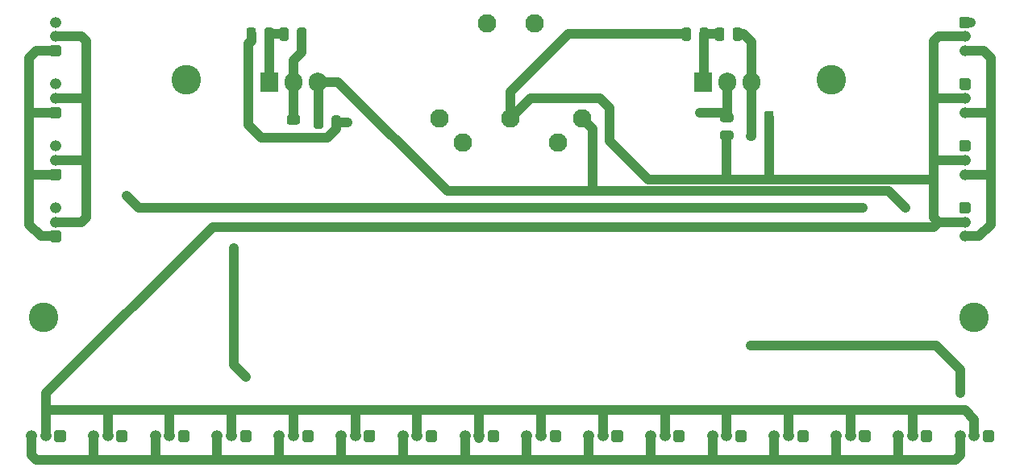
<source format=gtl>
G04 #@! TF.GenerationSoftware,KiCad,Pcbnew,(5.1.6-0-10_14)*
G04 #@! TF.CreationDate,2020-08-03T23:57:46+09:00*
G04 #@! TF.ProjectId,teabiscuits_power,74656162-6973-4637-9569-74735f706f77,rev?*
G04 #@! TF.SameCoordinates,Original*
G04 #@! TF.FileFunction,Copper,L1,Top*
G04 #@! TF.FilePolarity,Positive*
%FSLAX46Y46*%
G04 Gerber Fmt 4.6, Leading zero omitted, Abs format (unit mm)*
G04 Created by KiCad (PCBNEW (5.1.6-0-10_14)) date 2020-08-03 23:57:46*
%MOMM*%
%LPD*%
G01*
G04 APERTURE LIST*
G04 #@! TA.AperFunction,ComponentPad*
%ADD10O,1.905000X2.000000*%
G04 #@! TD*
G04 #@! TA.AperFunction,ComponentPad*
%ADD11R,1.905000X2.000000*%
G04 #@! TD*
G04 #@! TA.AperFunction,ComponentPad*
%ADD12O,1.200000X1.200000*%
G04 #@! TD*
G04 #@! TA.AperFunction,ComponentPad*
%ADD13C,1.950000*%
G04 #@! TD*
G04 #@! TA.AperFunction,ViaPad*
%ADD14C,3.110000*%
G04 #@! TD*
G04 #@! TA.AperFunction,ViaPad*
%ADD15C,1.000000*%
G04 #@! TD*
G04 #@! TA.AperFunction,Conductor*
%ADD16C,1.000000*%
G04 #@! TD*
G04 APERTURE END LIST*
D10*
X130790000Y-75500000D03*
X128250000Y-75500000D03*
D11*
X125710000Y-75500000D03*
D10*
X176330000Y-75500000D03*
X173790000Y-75500000D03*
D11*
X171250000Y-75500000D03*
G04 #@! TA.AperFunction,SMDPad,CuDef*
G36*
G01*
X124300000Y-70043750D02*
X124300000Y-70956250D01*
G75*
G02*
X124056250Y-71200000I-243750J0D01*
G01*
X123568750Y-71200000D01*
G75*
G02*
X123325000Y-70956250I0J243750D01*
G01*
X123325000Y-70043750D01*
G75*
G02*
X123568750Y-69800000I243750J0D01*
G01*
X124056250Y-69800000D01*
G75*
G02*
X124300000Y-70043750I0J-243750D01*
G01*
G37*
G04 #@! TD.AperFunction*
G04 #@! TA.AperFunction,SMDPad,CuDef*
G36*
G01*
X126175000Y-70043750D02*
X126175000Y-70956250D01*
G75*
G02*
X125931250Y-71200000I-243750J0D01*
G01*
X125443750Y-71200000D01*
G75*
G02*
X125200000Y-70956250I0J243750D01*
G01*
X125200000Y-70043750D01*
G75*
G02*
X125443750Y-69800000I243750J0D01*
G01*
X125931250Y-69800000D01*
G75*
G02*
X126175000Y-70043750I0J-243750D01*
G01*
G37*
G04 #@! TD.AperFunction*
G04 #@! TA.AperFunction,SMDPad,CuDef*
G36*
G01*
X127737500Y-70043750D02*
X127737500Y-70956250D01*
G75*
G02*
X127493750Y-71200000I-243750J0D01*
G01*
X127006250Y-71200000D01*
G75*
G02*
X126762500Y-70956250I0J243750D01*
G01*
X126762500Y-70043750D01*
G75*
G02*
X127006250Y-69800000I243750J0D01*
G01*
X127493750Y-69800000D01*
G75*
G02*
X127737500Y-70043750I0J-243750D01*
G01*
G37*
G04 #@! TD.AperFunction*
G04 #@! TA.AperFunction,SMDPad,CuDef*
G36*
G01*
X129612500Y-70043750D02*
X129612500Y-70956250D01*
G75*
G02*
X129368750Y-71200000I-243750J0D01*
G01*
X128881250Y-71200000D01*
G75*
G02*
X128637500Y-70956250I0J243750D01*
G01*
X128637500Y-70043750D01*
G75*
G02*
X128881250Y-69800000I243750J0D01*
G01*
X129368750Y-69800000D01*
G75*
G02*
X129612500Y-70043750I0J-243750D01*
G01*
G37*
G04 #@! TD.AperFunction*
G04 #@! TA.AperFunction,SMDPad,CuDef*
G36*
G01*
X174387500Y-70956250D02*
X174387500Y-70043750D01*
G75*
G02*
X174631250Y-69800000I243750J0D01*
G01*
X175118750Y-69800000D01*
G75*
G02*
X175362500Y-70043750I0J-243750D01*
G01*
X175362500Y-70956250D01*
G75*
G02*
X175118750Y-71200000I-243750J0D01*
G01*
X174631250Y-71200000D01*
G75*
G02*
X174387500Y-70956250I0J243750D01*
G01*
G37*
G04 #@! TD.AperFunction*
G04 #@! TA.AperFunction,SMDPad,CuDef*
G36*
G01*
X172512500Y-70956250D02*
X172512500Y-70043750D01*
G75*
G02*
X172756250Y-69800000I243750J0D01*
G01*
X173243750Y-69800000D01*
G75*
G02*
X173487500Y-70043750I0J-243750D01*
G01*
X173487500Y-70956250D01*
G75*
G02*
X173243750Y-71200000I-243750J0D01*
G01*
X172756250Y-71200000D01*
G75*
G02*
X172512500Y-70956250I0J243750D01*
G01*
G37*
G04 #@! TD.AperFunction*
G04 #@! TA.AperFunction,SMDPad,CuDef*
G36*
G01*
X170887500Y-70956250D02*
X170887500Y-70043750D01*
G75*
G02*
X171131250Y-69800000I243750J0D01*
G01*
X171618750Y-69800000D01*
G75*
G02*
X171862500Y-70043750I0J-243750D01*
G01*
X171862500Y-70956250D01*
G75*
G02*
X171618750Y-71200000I-243750J0D01*
G01*
X171131250Y-71200000D01*
G75*
G02*
X170887500Y-70956250I0J243750D01*
G01*
G37*
G04 #@! TD.AperFunction*
G04 #@! TA.AperFunction,SMDPad,CuDef*
G36*
G01*
X169012500Y-70956250D02*
X169012500Y-70043750D01*
G75*
G02*
X169256250Y-69800000I243750J0D01*
G01*
X169743750Y-69800000D01*
G75*
G02*
X169987500Y-70043750I0J-243750D01*
G01*
X169987500Y-70956250D01*
G75*
G02*
X169743750Y-71200000I-243750J0D01*
G01*
X169256250Y-71200000D01*
G75*
G02*
X169012500Y-70956250I0J243750D01*
G01*
G37*
G04 #@! TD.AperFunction*
G04 #@! TA.AperFunction,SMDPad,CuDef*
G36*
G01*
X127793750Y-80887500D02*
X128706250Y-80887500D01*
G75*
G02*
X128950000Y-81131250I0J-243750D01*
G01*
X128950000Y-81618750D01*
G75*
G02*
X128706250Y-81862500I-243750J0D01*
G01*
X127793750Y-81862500D01*
G75*
G02*
X127550000Y-81618750I0J243750D01*
G01*
X127550000Y-81131250D01*
G75*
G02*
X127793750Y-80887500I243750J0D01*
G01*
G37*
G04 #@! TD.AperFunction*
G04 #@! TA.AperFunction,SMDPad,CuDef*
G36*
G01*
X127793750Y-79012500D02*
X128706250Y-79012500D01*
G75*
G02*
X128950000Y-79256250I0J-243750D01*
G01*
X128950000Y-79743750D01*
G75*
G02*
X128706250Y-79987500I-243750J0D01*
G01*
X127793750Y-79987500D01*
G75*
G02*
X127550000Y-79743750I0J243750D01*
G01*
X127550000Y-79256250D01*
G75*
G02*
X127793750Y-79012500I243750J0D01*
G01*
G37*
G04 #@! TD.AperFunction*
G04 #@! TA.AperFunction,SMDPad,CuDef*
G36*
G01*
X132262500Y-80206250D02*
X132262500Y-79293750D01*
G75*
G02*
X132506250Y-79050000I243750J0D01*
G01*
X132993750Y-79050000D01*
G75*
G02*
X133237500Y-79293750I0J-243750D01*
G01*
X133237500Y-80206250D01*
G75*
G02*
X132993750Y-80450000I-243750J0D01*
G01*
X132506250Y-80450000D01*
G75*
G02*
X132262500Y-80206250I0J243750D01*
G01*
G37*
G04 #@! TD.AperFunction*
G04 #@! TA.AperFunction,SMDPad,CuDef*
G36*
G01*
X130387500Y-80206250D02*
X130387500Y-79293750D01*
G75*
G02*
X130631250Y-79050000I243750J0D01*
G01*
X131118750Y-79050000D01*
G75*
G02*
X131362500Y-79293750I0J-243750D01*
G01*
X131362500Y-80206250D01*
G75*
G02*
X131118750Y-80450000I-243750J0D01*
G01*
X130631250Y-80450000D01*
G75*
G02*
X130387500Y-80206250I0J243750D01*
G01*
G37*
G04 #@! TD.AperFunction*
G04 #@! TA.AperFunction,SMDPad,CuDef*
G36*
G01*
X177700000Y-79706250D02*
X177700000Y-78793750D01*
G75*
G02*
X177943750Y-78550000I243750J0D01*
G01*
X178431250Y-78550000D01*
G75*
G02*
X178675000Y-78793750I0J-243750D01*
G01*
X178675000Y-79706250D01*
G75*
G02*
X178431250Y-79950000I-243750J0D01*
G01*
X177943750Y-79950000D01*
G75*
G02*
X177700000Y-79706250I0J243750D01*
G01*
G37*
G04 #@! TD.AperFunction*
G04 #@! TA.AperFunction,SMDPad,CuDef*
G36*
G01*
X175825000Y-79706250D02*
X175825000Y-78793750D01*
G75*
G02*
X176068750Y-78550000I243750J0D01*
G01*
X176556250Y-78550000D01*
G75*
G02*
X176800000Y-78793750I0J-243750D01*
G01*
X176800000Y-79706250D01*
G75*
G02*
X176556250Y-79950000I-243750J0D01*
G01*
X176068750Y-79950000D01*
G75*
G02*
X175825000Y-79706250I0J243750D01*
G01*
G37*
G04 #@! TD.AperFunction*
G04 #@! TA.AperFunction,SMDPad,CuDef*
G36*
G01*
X173293750Y-80637500D02*
X174206250Y-80637500D01*
G75*
G02*
X174450000Y-80881250I0J-243750D01*
G01*
X174450000Y-81368750D01*
G75*
G02*
X174206250Y-81612500I-243750J0D01*
G01*
X173293750Y-81612500D01*
G75*
G02*
X173050000Y-81368750I0J243750D01*
G01*
X173050000Y-80881250D01*
G75*
G02*
X173293750Y-80637500I243750J0D01*
G01*
G37*
G04 #@! TD.AperFunction*
G04 #@! TA.AperFunction,SMDPad,CuDef*
G36*
G01*
X173293750Y-78762500D02*
X174206250Y-78762500D01*
G75*
G02*
X174450000Y-79006250I0J-243750D01*
G01*
X174450000Y-79493750D01*
G75*
G02*
X174206250Y-79737500I-243750J0D01*
G01*
X173293750Y-79737500D01*
G75*
G02*
X173050000Y-79493750I0J243750D01*
G01*
X173050000Y-79006250D01*
G75*
G02*
X173293750Y-78762500I243750J0D01*
G01*
G37*
G04 #@! TD.AperFunction*
G04 #@! TA.AperFunction,ComponentPad*
G36*
G01*
X103673600Y-92350000D02*
X102826400Y-92350000D01*
G75*
G02*
X102650000Y-92173600I0J176400D01*
G01*
X102650000Y-91326400D01*
G75*
G02*
X102826400Y-91150000I176400J0D01*
G01*
X103673600Y-91150000D01*
G75*
G02*
X103850000Y-91326400I0J-176400D01*
G01*
X103850000Y-92173600D01*
G75*
G02*
X103673600Y-92350000I-176400J0D01*
G01*
G37*
G04 #@! TD.AperFunction*
D12*
X103250000Y-90250000D03*
X103250000Y-88750000D03*
G04 #@! TA.AperFunction,ComponentPad*
G36*
G01*
X103673600Y-85850000D02*
X102826400Y-85850000D01*
G75*
G02*
X102650000Y-85673600I0J176400D01*
G01*
X102650000Y-84826400D01*
G75*
G02*
X102826400Y-84650000I176400J0D01*
G01*
X103673600Y-84650000D01*
G75*
G02*
X103850000Y-84826400I0J-176400D01*
G01*
X103850000Y-85673600D01*
G75*
G02*
X103673600Y-85850000I-176400J0D01*
G01*
G37*
G04 #@! TD.AperFunction*
X103250000Y-83750000D03*
X103250000Y-82250000D03*
G04 #@! TA.AperFunction,ComponentPad*
G36*
G01*
X103673600Y-79350000D02*
X102826400Y-79350000D01*
G75*
G02*
X102650000Y-79173600I0J176400D01*
G01*
X102650000Y-78326400D01*
G75*
G02*
X102826400Y-78150000I176400J0D01*
G01*
X103673600Y-78150000D01*
G75*
G02*
X103850000Y-78326400I0J-176400D01*
G01*
X103850000Y-79173600D01*
G75*
G02*
X103673600Y-79350000I-176400J0D01*
G01*
G37*
G04 #@! TD.AperFunction*
X103250000Y-77250000D03*
X103250000Y-75750000D03*
G04 #@! TA.AperFunction,ComponentPad*
G36*
G01*
X103673600Y-72850000D02*
X102826400Y-72850000D01*
G75*
G02*
X102650000Y-72673600I0J176400D01*
G01*
X102650000Y-71826400D01*
G75*
G02*
X102826400Y-71650000I176400J0D01*
G01*
X103673600Y-71650000D01*
G75*
G02*
X103850000Y-71826400I0J-176400D01*
G01*
X103850000Y-72673600D01*
G75*
G02*
X103673600Y-72850000I-176400J0D01*
G01*
G37*
G04 #@! TD.AperFunction*
X103250000Y-70750000D03*
X103250000Y-69250000D03*
G04 #@! TA.AperFunction,ComponentPad*
G36*
G01*
X198326400Y-68650000D02*
X199173600Y-68650000D01*
G75*
G02*
X199350000Y-68826400I0J-176400D01*
G01*
X199350000Y-69673600D01*
G75*
G02*
X199173600Y-69850000I-176400J0D01*
G01*
X198326400Y-69850000D01*
G75*
G02*
X198150000Y-69673600I0J176400D01*
G01*
X198150000Y-68826400D01*
G75*
G02*
X198326400Y-68650000I176400J0D01*
G01*
G37*
G04 #@! TD.AperFunction*
X198750000Y-70750000D03*
X198750000Y-72250000D03*
G04 #@! TA.AperFunction,ComponentPad*
G36*
G01*
X198326400Y-75150000D02*
X199173600Y-75150000D01*
G75*
G02*
X199350000Y-75326400I0J-176400D01*
G01*
X199350000Y-76173600D01*
G75*
G02*
X199173600Y-76350000I-176400J0D01*
G01*
X198326400Y-76350000D01*
G75*
G02*
X198150000Y-76173600I0J176400D01*
G01*
X198150000Y-75326400D01*
G75*
G02*
X198326400Y-75150000I176400J0D01*
G01*
G37*
G04 #@! TD.AperFunction*
X198750000Y-77250000D03*
X198750000Y-78750000D03*
G04 #@! TA.AperFunction,ComponentPad*
G36*
G01*
X198326400Y-81650000D02*
X199173600Y-81650000D01*
G75*
G02*
X199350000Y-81826400I0J-176400D01*
G01*
X199350000Y-82673600D01*
G75*
G02*
X199173600Y-82850000I-176400J0D01*
G01*
X198326400Y-82850000D01*
G75*
G02*
X198150000Y-82673600I0J176400D01*
G01*
X198150000Y-81826400D01*
G75*
G02*
X198326400Y-81650000I176400J0D01*
G01*
G37*
G04 #@! TD.AperFunction*
X198750000Y-83750000D03*
X198750000Y-85250000D03*
G04 #@! TA.AperFunction,ComponentPad*
G36*
G01*
X198326400Y-88150000D02*
X199173600Y-88150000D01*
G75*
G02*
X199350000Y-88326400I0J-176400D01*
G01*
X199350000Y-89173600D01*
G75*
G02*
X199173600Y-89350000I-176400J0D01*
G01*
X198326400Y-89350000D01*
G75*
G02*
X198150000Y-89173600I0J176400D01*
G01*
X198150000Y-88326400D01*
G75*
G02*
X198326400Y-88150000I176400J0D01*
G01*
G37*
G04 #@! TD.AperFunction*
X198750000Y-90250000D03*
X198750000Y-91750000D03*
G04 #@! TA.AperFunction,ComponentPad*
G36*
G01*
X201850000Y-112326400D02*
X201850000Y-113173600D01*
G75*
G02*
X201673600Y-113350000I-176400J0D01*
G01*
X200826400Y-113350000D01*
G75*
G02*
X200650000Y-113173600I0J176400D01*
G01*
X200650000Y-112326400D01*
G75*
G02*
X200826400Y-112150000I176400J0D01*
G01*
X201673600Y-112150000D01*
G75*
G02*
X201850000Y-112326400I0J-176400D01*
G01*
G37*
G04 #@! TD.AperFunction*
X199750000Y-112750000D03*
X198250000Y-112750000D03*
G04 #@! TA.AperFunction,ComponentPad*
G36*
G01*
X195350000Y-112326400D02*
X195350000Y-113173600D01*
G75*
G02*
X195173600Y-113350000I-176400J0D01*
G01*
X194326400Y-113350000D01*
G75*
G02*
X194150000Y-113173600I0J176400D01*
G01*
X194150000Y-112326400D01*
G75*
G02*
X194326400Y-112150000I176400J0D01*
G01*
X195173600Y-112150000D01*
G75*
G02*
X195350000Y-112326400I0J-176400D01*
G01*
G37*
G04 #@! TD.AperFunction*
X193250000Y-112750000D03*
X191750000Y-112750000D03*
G04 #@! TA.AperFunction,ComponentPad*
G36*
G01*
X188850000Y-112326400D02*
X188850000Y-113173600D01*
G75*
G02*
X188673600Y-113350000I-176400J0D01*
G01*
X187826400Y-113350000D01*
G75*
G02*
X187650000Y-113173600I0J176400D01*
G01*
X187650000Y-112326400D01*
G75*
G02*
X187826400Y-112150000I176400J0D01*
G01*
X188673600Y-112150000D01*
G75*
G02*
X188850000Y-112326400I0J-176400D01*
G01*
G37*
G04 #@! TD.AperFunction*
X186750000Y-112750000D03*
X185250000Y-112750000D03*
G04 #@! TA.AperFunction,ComponentPad*
G36*
G01*
X182350000Y-112326400D02*
X182350000Y-113173600D01*
G75*
G02*
X182173600Y-113350000I-176400J0D01*
G01*
X181326400Y-113350000D01*
G75*
G02*
X181150000Y-113173600I0J176400D01*
G01*
X181150000Y-112326400D01*
G75*
G02*
X181326400Y-112150000I176400J0D01*
G01*
X182173600Y-112150000D01*
G75*
G02*
X182350000Y-112326400I0J-176400D01*
G01*
G37*
G04 #@! TD.AperFunction*
X180250000Y-112750000D03*
X178750000Y-112750000D03*
G04 #@! TA.AperFunction,ComponentPad*
G36*
G01*
X175850000Y-112326400D02*
X175850000Y-113173600D01*
G75*
G02*
X175673600Y-113350000I-176400J0D01*
G01*
X174826400Y-113350000D01*
G75*
G02*
X174650000Y-113173600I0J176400D01*
G01*
X174650000Y-112326400D01*
G75*
G02*
X174826400Y-112150000I176400J0D01*
G01*
X175673600Y-112150000D01*
G75*
G02*
X175850000Y-112326400I0J-176400D01*
G01*
G37*
G04 #@! TD.AperFunction*
X173750000Y-112750000D03*
X172250000Y-112750000D03*
G04 #@! TA.AperFunction,ComponentPad*
G36*
G01*
X169350000Y-112326400D02*
X169350000Y-113173600D01*
G75*
G02*
X169173600Y-113350000I-176400J0D01*
G01*
X168326400Y-113350000D01*
G75*
G02*
X168150000Y-113173600I0J176400D01*
G01*
X168150000Y-112326400D01*
G75*
G02*
X168326400Y-112150000I176400J0D01*
G01*
X169173600Y-112150000D01*
G75*
G02*
X169350000Y-112326400I0J-176400D01*
G01*
G37*
G04 #@! TD.AperFunction*
X167250000Y-112750000D03*
X165750000Y-112750000D03*
G04 #@! TA.AperFunction,ComponentPad*
G36*
G01*
X162850000Y-112326400D02*
X162850000Y-113173600D01*
G75*
G02*
X162673600Y-113350000I-176400J0D01*
G01*
X161826400Y-113350000D01*
G75*
G02*
X161650000Y-113173600I0J176400D01*
G01*
X161650000Y-112326400D01*
G75*
G02*
X161826400Y-112150000I176400J0D01*
G01*
X162673600Y-112150000D01*
G75*
G02*
X162850000Y-112326400I0J-176400D01*
G01*
G37*
G04 #@! TD.AperFunction*
X160750000Y-112750000D03*
X159250000Y-112750000D03*
G04 #@! TA.AperFunction,ComponentPad*
G36*
G01*
X156350000Y-112326400D02*
X156350000Y-113173600D01*
G75*
G02*
X156173600Y-113350000I-176400J0D01*
G01*
X155326400Y-113350000D01*
G75*
G02*
X155150000Y-113173600I0J176400D01*
G01*
X155150000Y-112326400D01*
G75*
G02*
X155326400Y-112150000I176400J0D01*
G01*
X156173600Y-112150000D01*
G75*
G02*
X156350000Y-112326400I0J-176400D01*
G01*
G37*
G04 #@! TD.AperFunction*
X154250000Y-112750000D03*
X152750000Y-112750000D03*
G04 #@! TA.AperFunction,ComponentPad*
G36*
G01*
X149850000Y-112326400D02*
X149850000Y-113173600D01*
G75*
G02*
X149673600Y-113350000I-176400J0D01*
G01*
X148826400Y-113350000D01*
G75*
G02*
X148650000Y-113173600I0J176400D01*
G01*
X148650000Y-112326400D01*
G75*
G02*
X148826400Y-112150000I176400J0D01*
G01*
X149673600Y-112150000D01*
G75*
G02*
X149850000Y-112326400I0J-176400D01*
G01*
G37*
G04 #@! TD.AperFunction*
X147750000Y-112750000D03*
X146250000Y-112750000D03*
G04 #@! TA.AperFunction,ComponentPad*
G36*
G01*
X143350000Y-112326400D02*
X143350000Y-113173600D01*
G75*
G02*
X143173600Y-113350000I-176400J0D01*
G01*
X142326400Y-113350000D01*
G75*
G02*
X142150000Y-113173600I0J176400D01*
G01*
X142150000Y-112326400D01*
G75*
G02*
X142326400Y-112150000I176400J0D01*
G01*
X143173600Y-112150000D01*
G75*
G02*
X143350000Y-112326400I0J-176400D01*
G01*
G37*
G04 #@! TD.AperFunction*
X141250000Y-112750000D03*
X139750000Y-112750000D03*
G04 #@! TA.AperFunction,ComponentPad*
G36*
G01*
X136850000Y-112326400D02*
X136850000Y-113173600D01*
G75*
G02*
X136673600Y-113350000I-176400J0D01*
G01*
X135826400Y-113350000D01*
G75*
G02*
X135650000Y-113173600I0J176400D01*
G01*
X135650000Y-112326400D01*
G75*
G02*
X135826400Y-112150000I176400J0D01*
G01*
X136673600Y-112150000D01*
G75*
G02*
X136850000Y-112326400I0J-176400D01*
G01*
G37*
G04 #@! TD.AperFunction*
X134750000Y-112750000D03*
X133250000Y-112750000D03*
G04 #@! TA.AperFunction,ComponentPad*
G36*
G01*
X130350000Y-112326400D02*
X130350000Y-113173600D01*
G75*
G02*
X130173600Y-113350000I-176400J0D01*
G01*
X129326400Y-113350000D01*
G75*
G02*
X129150000Y-113173600I0J176400D01*
G01*
X129150000Y-112326400D01*
G75*
G02*
X129326400Y-112150000I176400J0D01*
G01*
X130173600Y-112150000D01*
G75*
G02*
X130350000Y-112326400I0J-176400D01*
G01*
G37*
G04 #@! TD.AperFunction*
X128250000Y-112750000D03*
X126750000Y-112750000D03*
G04 #@! TA.AperFunction,ComponentPad*
G36*
G01*
X123850000Y-112326400D02*
X123850000Y-113173600D01*
G75*
G02*
X123673600Y-113350000I-176400J0D01*
G01*
X122826400Y-113350000D01*
G75*
G02*
X122650000Y-113173600I0J176400D01*
G01*
X122650000Y-112326400D01*
G75*
G02*
X122826400Y-112150000I176400J0D01*
G01*
X123673600Y-112150000D01*
G75*
G02*
X123850000Y-112326400I0J-176400D01*
G01*
G37*
G04 #@! TD.AperFunction*
X121750000Y-112750000D03*
X120250000Y-112750000D03*
G04 #@! TA.AperFunction,ComponentPad*
G36*
G01*
X117350000Y-112326400D02*
X117350000Y-113173600D01*
G75*
G02*
X117173600Y-113350000I-176400J0D01*
G01*
X116326400Y-113350000D01*
G75*
G02*
X116150000Y-113173600I0J176400D01*
G01*
X116150000Y-112326400D01*
G75*
G02*
X116326400Y-112150000I176400J0D01*
G01*
X117173600Y-112150000D01*
G75*
G02*
X117350000Y-112326400I0J-176400D01*
G01*
G37*
G04 #@! TD.AperFunction*
X115250000Y-112750000D03*
X113750000Y-112750000D03*
G04 #@! TA.AperFunction,ComponentPad*
G36*
G01*
X110850000Y-112326400D02*
X110850000Y-113173600D01*
G75*
G02*
X110673600Y-113350000I-176400J0D01*
G01*
X109826400Y-113350000D01*
G75*
G02*
X109650000Y-113173600I0J176400D01*
G01*
X109650000Y-112326400D01*
G75*
G02*
X109826400Y-112150000I176400J0D01*
G01*
X110673600Y-112150000D01*
G75*
G02*
X110850000Y-112326400I0J-176400D01*
G01*
G37*
G04 #@! TD.AperFunction*
X108750000Y-112750000D03*
X107250000Y-112750000D03*
G04 #@! TA.AperFunction,ComponentPad*
G36*
G01*
X104350000Y-112326400D02*
X104350000Y-113173600D01*
G75*
G02*
X104173600Y-113350000I-176400J0D01*
G01*
X103326400Y-113350000D01*
G75*
G02*
X103150000Y-113173600I0J176400D01*
G01*
X103150000Y-112326400D01*
G75*
G02*
X103326400Y-112150000I176400J0D01*
G01*
X104173600Y-112150000D01*
G75*
G02*
X104350000Y-112326400I0J-176400D01*
G01*
G37*
G04 #@! TD.AperFunction*
X102250000Y-112750000D03*
X100750000Y-112750000D03*
D13*
X148550000Y-69350000D03*
X153550000Y-69350000D03*
X158550000Y-79350000D03*
X156050000Y-81850000D03*
X143550000Y-79350000D03*
X146050000Y-81850000D03*
X151050000Y-79350000D03*
D14*
X184750000Y-75250000D03*
X199750000Y-100250000D03*
X102000000Y-100250000D03*
X117000000Y-75250000D03*
D15*
X192500000Y-88750000D03*
X144400000Y-87000000D03*
X119750000Y-90750000D03*
X106250000Y-90000000D03*
X124875000Y-81375000D03*
X133950000Y-79750000D03*
X110750000Y-87500000D03*
X188000000Y-88750000D03*
X188000000Y-88750000D03*
X156000000Y-88750000D03*
X171050000Y-78750000D03*
X176250000Y-81250000D03*
X176250000Y-103250000D03*
X198250000Y-108250000D03*
X122000000Y-93000000D03*
X123250000Y-106500000D03*
D16*
X198750000Y-69250000D02*
X199350000Y-69250000D01*
X100500000Y-78750000D02*
X100500000Y-73000000D01*
X102401472Y-72250000D02*
X103250000Y-72250000D01*
X101750000Y-91750000D02*
X100500000Y-90500000D01*
X103250000Y-91750000D02*
X101750000Y-91750000D01*
X100500000Y-85250000D02*
X103250000Y-85250000D01*
X100500000Y-78750000D02*
X103250000Y-78750000D01*
X100500000Y-90500000D02*
X100500000Y-85250000D01*
X100500000Y-73000000D02*
X101250000Y-72250000D01*
X101250000Y-72250000D02*
X102401472Y-72250000D01*
X100500000Y-85250000D02*
X100500000Y-78750000D01*
X190750000Y-87000000D02*
X192500000Y-88750000D01*
X130875000Y-75585000D02*
X130790000Y-75500000D01*
X130875000Y-79750000D02*
X130875000Y-75585000D01*
X159650000Y-80450000D02*
X158550000Y-79350000D01*
X159650000Y-87000000D02*
X159650000Y-80450000D01*
X159650000Y-87000000D02*
X190750000Y-87000000D01*
X132900000Y-75500000D02*
X130790000Y-75500000D01*
X144400000Y-87000000D02*
X132900000Y-75500000D01*
X159650000Y-87000000D02*
X144400000Y-87000000D01*
X119750000Y-90750000D02*
X102250000Y-108250000D01*
X102250000Y-110000000D02*
X102250000Y-112750000D01*
X102250000Y-108250000D02*
X102250000Y-110000000D01*
X199750000Y-111000000D02*
X199750000Y-112750000D01*
X198750000Y-110000000D02*
X199750000Y-111000000D01*
X193250000Y-110000000D02*
X193250000Y-112750000D01*
X193250000Y-110000000D02*
X198750000Y-110000000D01*
X186750000Y-110000000D02*
X186750000Y-112750000D01*
X186750000Y-110000000D02*
X193250000Y-110000000D01*
X180250000Y-110250000D02*
X180250000Y-112750000D01*
X180000000Y-110000000D02*
X186750000Y-110000000D01*
X180000000Y-110000000D02*
X180250000Y-110250000D01*
X173750000Y-110250000D02*
X173750000Y-112750000D01*
X174000000Y-110000000D02*
X173750000Y-110250000D01*
X174000000Y-110000000D02*
X180000000Y-110000000D01*
X167250000Y-110250000D02*
X167250000Y-112750000D01*
X167000000Y-110000000D02*
X167250000Y-110250000D01*
X167000000Y-110000000D02*
X174000000Y-110000000D01*
X160750000Y-110000000D02*
X160750000Y-112000000D01*
X160750000Y-112000000D02*
X160750000Y-112750000D01*
X160750000Y-110000000D02*
X167000000Y-110000000D01*
X154250000Y-110000000D02*
X160750000Y-110000000D01*
X154250000Y-110000000D02*
X154250000Y-112750000D01*
X147750000Y-113000000D02*
X147750000Y-112750000D01*
X147750000Y-110000000D02*
X147750000Y-113000000D01*
X147750000Y-110000000D02*
X154250000Y-110000000D01*
X141250000Y-110000000D02*
X141250000Y-112750000D01*
X141250000Y-110000000D02*
X147750000Y-110000000D01*
X134750000Y-110000000D02*
X141250000Y-110000000D01*
X134750000Y-110000000D02*
X134750000Y-112750000D01*
X128250000Y-110250000D02*
X128250000Y-112750000D01*
X128000000Y-110000000D02*
X128250000Y-110250000D01*
X128000000Y-110000000D02*
X134750000Y-110000000D01*
X121500000Y-110000000D02*
X121750000Y-110250000D01*
X121500000Y-110000000D02*
X128000000Y-110000000D01*
X121750000Y-110250000D02*
X121750000Y-112750000D01*
X115500000Y-110000000D02*
X115250000Y-110250000D01*
X115250000Y-110250000D02*
X115250000Y-112750000D01*
X115500000Y-110000000D02*
X121500000Y-110000000D01*
X108750000Y-110000000D02*
X108750000Y-112750000D01*
X108750000Y-110000000D02*
X115500000Y-110000000D01*
X102250000Y-110000000D02*
X108750000Y-110000000D01*
X195500000Y-89750000D02*
X196000000Y-90250000D01*
X198750000Y-70750000D02*
X196000000Y-70750000D01*
X196000000Y-90250000D02*
X198750000Y-90250000D01*
X196000000Y-70750000D02*
X195500000Y-71250000D01*
X195750000Y-83750000D02*
X198750000Y-83750000D01*
X195500000Y-83500000D02*
X195750000Y-83750000D01*
X195500000Y-77250000D02*
X195500000Y-83500000D01*
X195500000Y-77250000D02*
X198750000Y-77250000D01*
X195500000Y-71250000D02*
X195500000Y-77250000D01*
X106000000Y-70750000D02*
X106500000Y-71250000D01*
X106250000Y-83750000D02*
X103250000Y-83750000D01*
X106500000Y-71250000D02*
X106500000Y-77250000D01*
X106500000Y-77250000D02*
X106500000Y-83500000D01*
X106500000Y-83500000D02*
X106250000Y-83750000D01*
X106500000Y-83500000D02*
X106500000Y-89750000D01*
X103250000Y-70750000D02*
X106000000Y-70750000D01*
X106000000Y-90250000D02*
X103250000Y-90250000D01*
X106500000Y-77250000D02*
X103250000Y-77250000D01*
X106500000Y-89750000D02*
X106250000Y-90000000D01*
X106250000Y-90000000D02*
X106000000Y-90250000D01*
X195500000Y-90750000D02*
X196000000Y-90250000D01*
X119750000Y-90750000D02*
X195500000Y-90750000D01*
X195500000Y-85750000D02*
X195500000Y-89750000D01*
X195500000Y-83500000D02*
X195500000Y-85750000D01*
X178187500Y-85687500D02*
X178187500Y-79250000D01*
X178250000Y-85750000D02*
X178187500Y-85687500D01*
X195500000Y-85750000D02*
X178250000Y-85750000D01*
X173750000Y-85500000D02*
X173750000Y-81125000D01*
X173500000Y-85750000D02*
X173750000Y-85500000D01*
X178250000Y-85750000D02*
X173500000Y-85750000D01*
X123812500Y-71200000D02*
X123500000Y-71512500D01*
X123812500Y-70500000D02*
X123812500Y-71200000D01*
X123500000Y-71512500D02*
X123500000Y-80000000D01*
X124875000Y-81375000D02*
X128250000Y-81375000D01*
X123500000Y-80000000D02*
X124875000Y-81375000D01*
X132750000Y-80450000D02*
X132750000Y-79750000D01*
X131825000Y-81375000D02*
X132750000Y-80450000D01*
X128250000Y-81375000D02*
X131825000Y-81375000D01*
X132750000Y-79750000D02*
X133950000Y-79750000D01*
X153150000Y-77250000D02*
X151050000Y-79350000D01*
X165500000Y-85750000D02*
X161450000Y-81700000D01*
X161450000Y-78250000D02*
X160450000Y-77250000D01*
X160450000Y-77250000D02*
X153150000Y-77250000D01*
X161450000Y-81700000D02*
X161450000Y-78250000D01*
X173500000Y-85750000D02*
X165500000Y-85750000D01*
X169500000Y-70500000D02*
X157100000Y-70500000D01*
X151050000Y-76550000D02*
X151050000Y-79350000D01*
X157100000Y-70500000D02*
X151050000Y-76550000D01*
X199598528Y-72250000D02*
X198750000Y-72250000D01*
X200250000Y-91750000D02*
X201500000Y-90500000D01*
X198750000Y-91750000D02*
X200250000Y-91750000D01*
X201500000Y-73000000D02*
X200750000Y-72250000D01*
X200750000Y-72250000D02*
X199598528Y-72250000D01*
X201500000Y-85250000D02*
X198750000Y-85250000D01*
X201500000Y-90500000D02*
X201500000Y-85250000D01*
X201500000Y-78750000D02*
X198750000Y-78750000D01*
X201500000Y-78750000D02*
X201500000Y-73000000D01*
X201500000Y-85250000D02*
X201500000Y-78750000D01*
X118750000Y-88750000D02*
X112000000Y-88750000D01*
X112000000Y-88750000D02*
X110750000Y-87500000D01*
X166750000Y-88750000D02*
X188000000Y-88750000D01*
X118750000Y-88750000D02*
X156000000Y-88750000D01*
X156000000Y-88750000D02*
X166750000Y-88750000D01*
X173790000Y-79210000D02*
X173750000Y-79250000D01*
X173790000Y-75500000D02*
X173790000Y-79210000D01*
X173264473Y-78764473D02*
X170961543Y-78764473D01*
X173750000Y-79250000D02*
X173264473Y-78764473D01*
X171035527Y-78764473D02*
X171050000Y-78750000D01*
X170961543Y-78764473D02*
X171035527Y-78764473D01*
X100750000Y-112750000D02*
X100750000Y-114750000D01*
X100750000Y-114750000D02*
X101250000Y-115250000D01*
X198250000Y-114750000D02*
X198250000Y-112750000D01*
X197750000Y-115250000D02*
X198250000Y-114750000D01*
X191750000Y-113598528D02*
X191750000Y-115250000D01*
X191750000Y-112750000D02*
X191750000Y-113598528D01*
X191750000Y-115250000D02*
X197750000Y-115250000D01*
X185250000Y-115250000D02*
X185250000Y-112750000D01*
X185250000Y-115250000D02*
X191750000Y-115250000D01*
X178750000Y-115250000D02*
X185250000Y-115250000D01*
X178750000Y-115250000D02*
X178750000Y-112750000D01*
X172250000Y-115250000D02*
X172250000Y-112750000D01*
X172250000Y-115250000D02*
X178750000Y-115250000D01*
X165750000Y-115250000D02*
X172250000Y-115250000D01*
X165750000Y-115250000D02*
X165750000Y-112750000D01*
X159250000Y-115000000D02*
X159250000Y-112750000D01*
X159500000Y-115250000D02*
X159250000Y-115000000D01*
X159500000Y-115250000D02*
X165750000Y-115250000D01*
X152750000Y-115250000D02*
X152750000Y-112750000D01*
X152750000Y-115250000D02*
X159500000Y-115250000D01*
X146250000Y-115250000D02*
X146250000Y-112750000D01*
X146250000Y-115250000D02*
X152750000Y-115250000D01*
X139750000Y-115250000D02*
X139750000Y-112750000D01*
X139750000Y-115250000D02*
X146250000Y-115250000D01*
X133250000Y-115000000D02*
X133250000Y-112750000D01*
X133000000Y-115250000D02*
X139750000Y-115250000D01*
X133000000Y-115250000D02*
X133250000Y-115000000D01*
X126750000Y-115000000D02*
X126750000Y-112750000D01*
X127000000Y-115250000D02*
X133000000Y-115250000D01*
X127000000Y-115250000D02*
X126750000Y-115000000D01*
X120500000Y-115250000D02*
X120250000Y-115000000D01*
X120500000Y-115250000D02*
X127000000Y-115250000D01*
X120250000Y-115000000D02*
X120250000Y-112750000D01*
X113750000Y-115000000D02*
X113750000Y-112750000D01*
X114000000Y-115250000D02*
X113750000Y-115000000D01*
X114000000Y-115250000D02*
X120500000Y-115250000D01*
X107250000Y-115000000D02*
X107250000Y-112750000D01*
X107500000Y-115250000D02*
X107250000Y-115000000D01*
X107500000Y-115250000D02*
X114000000Y-115250000D01*
X101250000Y-115250000D02*
X107500000Y-115250000D01*
X176312500Y-75517500D02*
X176330000Y-75500000D01*
X176312500Y-79250000D02*
X176312500Y-75517500D01*
X174875000Y-70500000D02*
X175500000Y-70500000D01*
X176330000Y-71330000D02*
X176330000Y-75500000D01*
X175500000Y-70500000D02*
X176330000Y-71330000D01*
X176312500Y-79250000D02*
X176312500Y-81187500D01*
X176312500Y-81187500D02*
X176250000Y-81250000D01*
X198250000Y-108250000D02*
X198250000Y-105750000D01*
X195750000Y-103250000D02*
X176250000Y-103250000D01*
X198250000Y-105750000D02*
X195750000Y-103250000D01*
X128250000Y-79500000D02*
X128250000Y-75500000D01*
X128250000Y-75500000D02*
X128250000Y-73250000D01*
X129125000Y-72375000D02*
X129125000Y-70500000D01*
X128250000Y-73250000D02*
X129125000Y-72375000D01*
X122000000Y-93000000D02*
X122000000Y-105250000D01*
X122000000Y-105250000D02*
X123250000Y-106500000D01*
X171375000Y-70500000D02*
X173000000Y-70500000D01*
X171375000Y-75375000D02*
X171250000Y-75500000D01*
X171375000Y-70500000D02*
X171375000Y-75375000D01*
X127250000Y-70500000D02*
X125687500Y-70500000D01*
X125710000Y-70522500D02*
X125687500Y-70500000D01*
X125710000Y-75500000D02*
X125710000Y-70522500D01*
M02*

</source>
